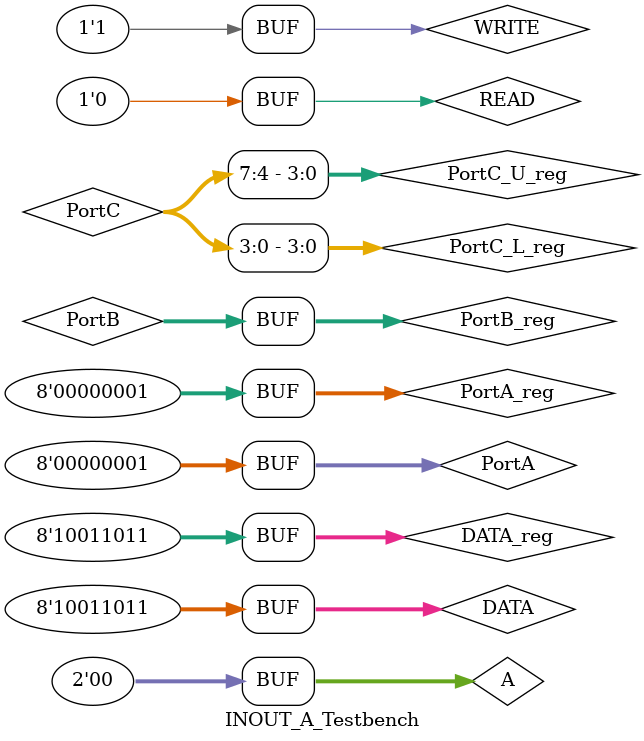
<source format=v>
module INOUT_A_Testbench();

reg [7:0]Control_Register;
wire [7:0]DATA;
wire [7:0]PortA;
wire [7:0]PortB;
wire [7:0]PortC;
reg READ,WRITE;

reg[1:0]A;

reg [7:0]DATA_reg;
reg [7:0]PortA_reg;
reg [7:0]PortB_reg;
reg [3:0]PortC_U_reg;
reg [3:0]PortC_L_reg;

assign DATA = DATA_reg;
assign PortA = PortA_reg;
assign PortB = PortB_reg;
assign PortC = {PortC_U_reg,PortC_L_reg};

initial
begin
$monitor("A = %b  ||  DATA = %d  || PortA = %d || PortB = %d || PortC = %d",A, DATA , PortA, PortB, PortC);

READ <= 1;
WRITE <= 0;
A = 2'b11;
DATA_reg <= 8'b1001_1011;

#10
READ <= 0;
WRITE <= 1;
A=00;
PortA_reg <= 255;

#10
PortA_reg <= 8;


#10
PortA_reg <= 9;
#10
PortA_reg <= 3;
#10
PortA_reg <= 1;
end

INOUT_Mode_Case a(A, WRITE , READ, DATA, PortA, PortB, PortC);

endmodule

</source>
